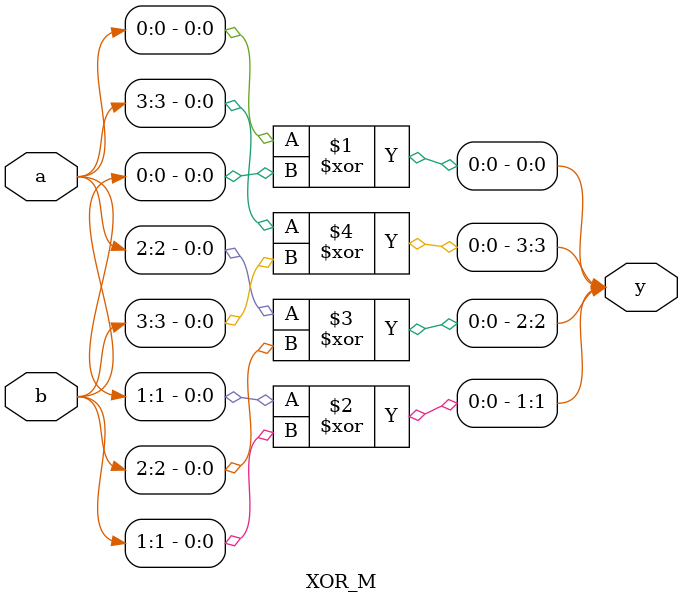
<source format=sv>
module XOR_M #(
  parameter N = 4
)
(
  input [N-1:0] a,
  input [N-1:0] b,
  output [N-1:0] y  
);

  genvar i;

  generate
    for(i=0; i<N; i=i+1) begin : xor_op
      xor xor_gate(y[i], a[i], b[i]); 
    end
  endgenerate
  
endmodule
</source>
